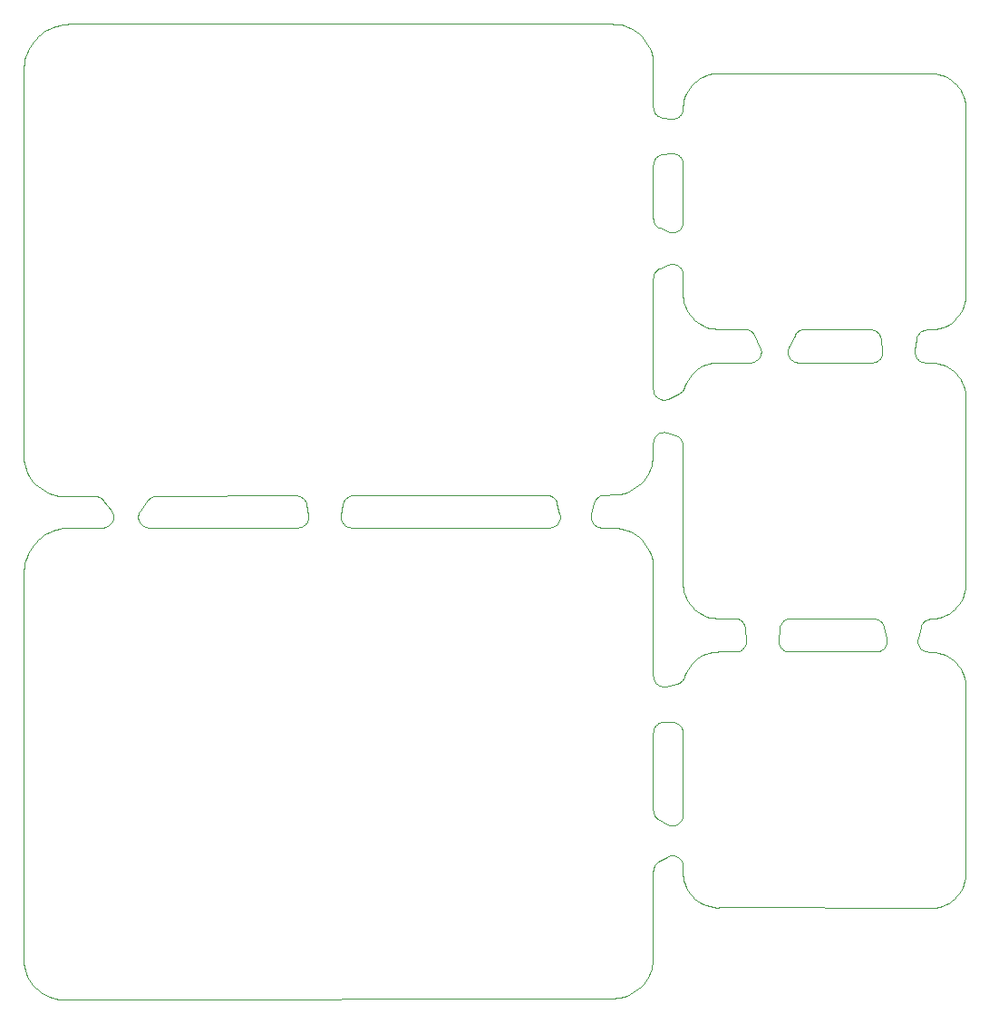
<source format=gko>
%MOIN*%
%OFA0B0*%
%FSLAX36Y36*%
%IPPOS*%
%LPD*%
%ADD10C,0*%
D10*
X002391613Y001256947D02*
X002391613Y001256947D01*
X002391741Y001260108D01*
X002392121Y001263249D01*
X002392753Y001266349D01*
X002393631Y001269388D01*
X002394750Y001272347D01*
X002396104Y001275206D01*
X002397682Y001277948D01*
X002399476Y001280554D01*
X002401473Y001283007D01*
X002403661Y001285293D01*
X002406025Y001287395D01*
X002408551Y001289301D01*
X002411221Y001290997D01*
X002414018Y001292474D01*
X002416926Y001293722D01*
X002419924Y001294732D01*
X002422993Y001295498D01*
X002426114Y001296015D01*
X002429267Y001296279D01*
X002432431Y001296290D01*
X002462994Y001295166D01*
X002466005Y001294939D01*
X002468989Y001294483D01*
X002471930Y001293799D01*
X002474810Y001292891D01*
X002477612Y001291766D01*
X002480319Y001290429D01*
X002482916Y001288889D01*
X002485387Y001287154D01*
X002487718Y001285235D01*
X002489895Y001283142D01*
X002491905Y001280890D01*
X002493737Y001278489D01*
X002495379Y001275956D01*
X002496823Y001273304D01*
X002498059Y001270549D01*
X002499080Y001267708D01*
X002499880Y001264796D01*
X002500455Y001261832D01*
X002500801Y001258833D01*
X002500917Y001255815D01*
X002500862Y000954266D01*
X002500645Y000950151D01*
X002500000Y000946081D01*
X002498933Y000942100D01*
X002497455Y000938253D01*
X002495583Y000934582D01*
X002493338Y000931126D01*
X002490744Y000927924D01*
X002487830Y000925010D01*
X002484627Y000922418D01*
X002481170Y000920174D01*
X002477498Y000918304D01*
X002473650Y000916828D01*
X002469669Y000915762D01*
X002465599Y000915118D01*
X002461484Y000914903D01*
X002457368Y000915120D01*
X002453298Y000915765D01*
X002449318Y000916833D01*
X002445471Y000918310D01*
X002441799Y000920182D01*
X002411291Y000937804D01*
X002409534Y000938882D01*
X002407836Y000940049D01*
X002406202Y000941304D01*
X002404635Y000942643D01*
X002403140Y000944061D01*
X002401722Y000945556D01*
X002400384Y000947124D01*
X002399129Y000948759D01*
X002397962Y000950457D01*
X002396886Y000952214D01*
X002395903Y000954025D01*
X002395016Y000955886D01*
X002394227Y000957789D01*
X002393540Y000959732D01*
X002392954Y000961708D01*
X002392473Y000963712D01*
X002392098Y000965738D01*
X002391829Y000967781D01*
X002391667Y000969836D01*
X002391613Y000971896D01*
X002391613Y001256947D01*
X002506811Y001463130D02*
X002506811Y001463130D01*
X002506175Y001461158D01*
X002505436Y001459222D01*
X002504596Y001457327D01*
X002503658Y001455480D01*
X002502624Y001453684D01*
X002501497Y001451945D01*
X002500280Y001450268D01*
X002498977Y001448657D01*
X002497590Y001447117D01*
X002496125Y001445652D01*
X002494584Y001444266D01*
X002492973Y001442964D01*
X002491295Y001441747D01*
X002489556Y001440621D01*
X002487759Y001439588D01*
X002485911Y001438651D01*
X002484016Y001437812D01*
X002482080Y001437074D01*
X002480108Y001436439D01*
X002478104Y001435909D01*
X002440053Y001426901D01*
X002436567Y001426240D01*
X002433035Y001425895D01*
X002429487Y001425870D01*
X002425950Y001426165D01*
X002422455Y001426777D01*
X002419029Y001427701D01*
X002415700Y001428930D01*
X002412495Y001430453D01*
X002409440Y001432259D01*
X002406561Y001434333D01*
X002403880Y001436657D01*
X002401419Y001439214D01*
X002399198Y001441981D01*
X002397235Y001444938D01*
X002395547Y001448059D01*
X002394146Y001451319D01*
X002393045Y001454692D01*
X002392252Y001458151D01*
X002391773Y001461667D01*
X002391613Y001465212D01*
X002391613Y001865590D01*
X002390688Y001877960D01*
X002388745Y001890211D01*
X002385796Y001902260D01*
X002381862Y001914024D01*
X002376971Y001925423D01*
X002371155Y001936380D01*
X002364454Y001946819D01*
X002356914Y001956668D01*
X002348585Y001965861D01*
X002339527Y001974335D01*
X002329800Y001982032D01*
X002319470Y001988900D01*
X002308608Y001994891D01*
X002297289Y001999965D01*
X002285589Y002004086D01*
X002273589Y002007228D01*
X002261371Y002009367D01*
X002249018Y002010491D01*
X002236614Y002010590D01*
X002236614Y002010590D01*
X002201983Y002010590D01*
X002198417Y002010752D01*
X002194879Y002011236D01*
X002191400Y002012039D01*
X002188008Y002013154D01*
X002184732Y002014571D01*
X002181596Y002016280D01*
X002178629Y002018265D01*
X002175854Y002020511D01*
X002173293Y002022999D01*
X002170969Y002025710D01*
X002168899Y002028619D01*
X002167102Y002031704D01*
X002165591Y002034939D01*
X002164380Y002038298D01*
X002163478Y002041752D01*
X002162893Y002045274D01*
X002162629Y002048835D01*
X002162689Y002052405D01*
X002163072Y002055955D01*
X002163775Y002059455D01*
X002174105Y002101024D01*
X002174818Y002103532D01*
X002175694Y002105987D01*
X002176732Y002108379D01*
X002177925Y002110697D01*
X002179269Y002112932D01*
X002180758Y002115072D01*
X002182386Y002117109D01*
X002184145Y002119034D01*
X002186027Y002120838D01*
X002188024Y002122513D01*
X002190128Y002124053D01*
X002192330Y002125450D01*
X002194619Y002126698D01*
X002196986Y002127792D01*
X002199419Y002128727D01*
X002201910Y002129499D01*
X002204446Y002130105D01*
X002207016Y002130541D01*
X002209610Y002130806D01*
X002212216Y002130899D01*
X002246613Y002130984D01*
X002258983Y002131909D01*
X002271235Y002133853D01*
X002283283Y002136802D01*
X002295048Y002140735D01*
X002306447Y002145626D01*
X002317403Y002151443D01*
X002327842Y002158143D01*
X002337691Y002165684D01*
X002346884Y002174012D01*
X002355359Y002183070D01*
X002363055Y002192798D01*
X002369923Y002203127D01*
X002375914Y002213989D01*
X002380988Y002225309D01*
X002385109Y002237008D01*
X002388251Y002249008D01*
X002390390Y002261227D01*
X002391514Y002273580D01*
X002391613Y002285984D01*
X002391613Y002321870D01*
X002391791Y002325605D01*
X002392322Y002329305D01*
X002393202Y002332939D01*
X002394422Y002336473D01*
X002395972Y002339876D01*
X002397838Y002343116D01*
X002400003Y002346164D01*
X002402447Y002348993D01*
X002405149Y002351578D01*
X002408083Y002353894D01*
X002411224Y002355922D01*
X002414543Y002357643D01*
X002418011Y002359041D01*
X002421595Y002360104D01*
X002425265Y002360822D01*
X002428985Y002361189D01*
X002432724Y002361202D01*
X002436447Y002360859D01*
X002440121Y002360165D01*
X002443713Y002359125D01*
X002474274Y002348684D01*
X002476561Y002347822D01*
X002478791Y002346820D01*
X002480953Y002345682D01*
X002483041Y002344412D01*
X002485046Y002343014D01*
X002486961Y002341495D01*
X002488778Y002339860D01*
X002490489Y002338116D01*
X002492089Y002336269D01*
X002493572Y002334326D01*
X002494931Y002332294D01*
X002496161Y002330183D01*
X002497258Y002327999D01*
X002498218Y002325751D01*
X002499036Y002323448D01*
X002499709Y002321098D01*
X002500236Y002318712D01*
X002500613Y002316297D01*
X002500840Y002313864D01*
X002500915Y002311421D01*
X002500824Y001812144D01*
X002500959Y001799393D01*
X002502342Y001786718D01*
X002504959Y001774238D01*
X002508785Y001762074D01*
X002513783Y001750344D01*
X002519906Y001739159D01*
X002527094Y001728627D01*
X002535279Y001718850D01*
X002544381Y001709920D01*
X002554314Y001701925D01*
X002564982Y001694940D01*
X002576282Y001689034D01*
X002588106Y001684261D01*
X002600341Y001680670D01*
X002612868Y001678293D01*
X002625569Y001677154D01*
X002638326Y001677263D01*
X002690780Y001677092D01*
X002693718Y001676973D01*
X002696639Y001676634D01*
X002699526Y001676079D01*
X002702365Y001675310D01*
X002705137Y001674330D01*
X002707829Y001673147D01*
X002710425Y001671766D01*
X002712911Y001670195D01*
X002715273Y001668443D01*
X002717497Y001666520D01*
X002719572Y001664436D01*
X002721485Y001662203D01*
X002723226Y001659833D01*
X002724786Y001657340D01*
X002726155Y001654738D01*
X002727326Y001652040D01*
X002728292Y001649263D01*
X002729048Y001646421D01*
X002729591Y001643531D01*
X002729915Y001640609D01*
X002733156Y001596528D01*
X002733260Y001593294D01*
X002733099Y001590062D01*
X002732672Y001586855D01*
X002731984Y001583693D01*
X002731039Y001580599D01*
X002729842Y001577592D01*
X002728403Y001574694D01*
X002726730Y001571924D01*
X002724836Y001569301D01*
X002722733Y001566842D01*
X002720435Y001564564D01*
X002717958Y001562483D01*
X002715318Y001560612D01*
X002712533Y001558964D01*
X002709623Y001557551D01*
X002706606Y001556381D01*
X002703503Y001555462D01*
X002700336Y001554802D01*
X002697125Y001554404D01*
X002693892Y001554271D01*
X002635826Y001554271D01*
X002623076Y001554137D01*
X002610400Y001552754D01*
X002597920Y001550137D01*
X002585757Y001546311D01*
X002574027Y001541313D01*
X002562842Y001535191D01*
X002552310Y001528003D01*
X002542532Y001519818D01*
X002533603Y001510716D01*
X002525607Y001500783D01*
X002518623Y001490115D01*
X002512716Y001478815D01*
X002507944Y001466991D01*
X002506811Y001463130D01*
X003201824Y001675428D02*
X003201824Y001675428D01*
X003204473Y001675330D01*
X003207110Y001675054D01*
X003209722Y001674601D01*
X003212297Y001673974D01*
X003214825Y001673174D01*
X003217293Y001672207D01*
X003219690Y001671075D01*
X003222006Y001669785D01*
X003224229Y001668342D01*
X003226351Y001666752D01*
X003228361Y001665023D01*
X003230249Y001663163D01*
X003232009Y001661180D01*
X003233631Y001659083D01*
X003235108Y001656882D01*
X003236433Y001654586D01*
X003237601Y001652207D01*
X003238607Y001649754D01*
X003239445Y001647239D01*
X003240112Y001644673D01*
X003249624Y001602256D01*
X003250241Y001598785D01*
X003250544Y001595273D01*
X003250533Y001591748D01*
X003250206Y001588238D01*
X003249566Y001584771D01*
X003248619Y001581376D01*
X003247372Y001578079D01*
X003245835Y001574906D01*
X003244020Y001571884D01*
X003241942Y001569036D01*
X003239618Y001566386D01*
X003237066Y001563954D01*
X003234307Y001561760D01*
X003231362Y001559821D01*
X003228256Y001558154D01*
X003225014Y001556771D01*
X003221660Y001555684D01*
X003218223Y001554901D01*
X003214730Y001554429D01*
X003211208Y001554271D01*
X002892471Y001554271D01*
X002889230Y001554405D01*
X002886011Y001554805D01*
X002882836Y001555468D01*
X002879727Y001556391D01*
X002876704Y001557566D01*
X002873788Y001558986D01*
X002870999Y001560642D01*
X002868355Y001562521D01*
X002865875Y001564612D01*
X002863576Y001566900D01*
X002861473Y001569369D01*
X002859580Y001572003D01*
X002857911Y001574784D01*
X002856476Y001577693D01*
X002855285Y001580710D01*
X002854347Y001583814D01*
X002853667Y001586986D01*
X002853251Y001590203D01*
X002853101Y001593443D01*
X002853218Y001596684D01*
X002856584Y001640097D01*
X002856921Y001643023D01*
X002857476Y001645916D01*
X002858246Y001648759D01*
X002859226Y001651536D01*
X002860411Y001654233D01*
X002861795Y001656833D01*
X002863369Y001659323D01*
X002865125Y001661688D01*
X002867053Y001663915D01*
X002869141Y001665992D01*
X002871380Y001667907D01*
X002873755Y001669649D01*
X002876254Y001671209D01*
X002878862Y001672577D01*
X002881565Y001673747D01*
X002884349Y001674711D01*
X002887196Y001675464D01*
X002890092Y001676003D01*
X002893020Y001676323D01*
X002895964Y001676424D01*
X003201824Y001675428D01*
X001078265Y002128085D02*
X001078265Y002128085D01*
X001081042Y002127994D01*
X001083806Y002127707D01*
X001086542Y002127226D01*
X001089239Y002126553D01*
X001091880Y002125691D01*
X001094455Y002124646D01*
X001096949Y002123421D01*
X001099351Y002122024D01*
X001101648Y002120460D01*
X001103829Y002118739D01*
X001105884Y002116868D01*
X001107801Y002114856D01*
X001109572Y002112715D01*
X001111187Y002110453D01*
X001112638Y002108084D01*
X001113919Y002105618D01*
X001115023Y002103068D01*
X001115944Y002100446D01*
X001116678Y002097766D01*
X001117221Y002095041D01*
X001123530Y002056286D01*
X001123931Y002052901D01*
X001124038Y002049494D01*
X001123851Y002046090D01*
X001123369Y002042716D01*
X001122597Y002039396D01*
X001121541Y002036155D01*
X001120209Y002033017D01*
X001118610Y002030007D01*
X001116757Y002027146D01*
X001114663Y002024456D01*
X001112345Y002021957D01*
X001109819Y002019668D01*
X001107104Y002017606D01*
X001104221Y002015787D01*
X001101192Y002014224D01*
X001098039Y002012929D01*
X001094786Y002011912D01*
X001091457Y002011179D01*
X001088077Y002010738D01*
X001084671Y002010590D01*
X000537110Y002010590D01*
X000532757Y002010831D01*
X000528457Y002011553D01*
X000524263Y002012745D01*
X000520227Y002014394D01*
X000516398Y002016479D01*
X000512823Y002018974D01*
X000509545Y002021850D01*
X000506606Y002025070D01*
X000504041Y002028595D01*
X000501881Y002032383D01*
X000500154Y002036386D01*
X000498880Y002040555D01*
X000498074Y002044840D01*
X000497747Y002049188D01*
X000497903Y002053545D01*
X000498540Y002057858D01*
X000499650Y002062075D01*
X000501219Y002066142D01*
X000503228Y002070012D01*
X000505653Y002073635D01*
X000533863Y002111117D01*
X000534989Y002112543D01*
X000536179Y002113916D01*
X000537432Y002115232D01*
X000538744Y002116489D01*
X000540112Y002117684D01*
X000541535Y002118815D01*
X000543008Y002119879D01*
X000544528Y002120874D01*
X000546093Y002121798D01*
X000547698Y002122648D01*
X000549342Y002123424D01*
X000551019Y002124123D01*
X000552727Y002124744D01*
X000554461Y002125285D01*
X000556219Y002125746D01*
X000557996Y002126125D01*
X000559788Y002126422D01*
X000561593Y002126635D01*
X000563405Y002126765D01*
X000565222Y002126812D01*
X001078265Y002128085D01*
X001999429Y002130371D02*
X001999429Y002130371D01*
X002002036Y002130291D01*
X002004633Y002130038D01*
X002007206Y002129615D01*
X002009746Y002129021D01*
X002012242Y002128261D01*
X002014681Y002127337D01*
X002017054Y002126254D01*
X002019350Y002125016D01*
X002021559Y002123629D01*
X002023671Y002122098D01*
X002025677Y002120431D01*
X002027569Y002118635D01*
X002029337Y002116717D01*
X002030975Y002114687D01*
X002032474Y002112552D01*
X002033829Y002110323D01*
X002035033Y002108010D01*
X002036081Y002105621D01*
X002036969Y002103168D01*
X002037693Y002100662D01*
X002048082Y002059622D01*
X002048802Y002056116D01*
X002049200Y002052559D01*
X002049274Y002048981D01*
X002049022Y002045411D01*
X002048448Y002041878D01*
X002047555Y002038413D01*
X002046350Y002035042D01*
X002044845Y002031795D01*
X002043051Y002028698D01*
X002040983Y002025777D01*
X002038659Y002023056D01*
X002036097Y002020557D01*
X002033319Y002018301D01*
X002030347Y002016306D01*
X002027206Y002014590D01*
X002023923Y002013166D01*
X002020524Y002012046D01*
X002017037Y002011239D01*
X002013491Y002010753D01*
X002009916Y002010590D01*
X001282788Y002010590D01*
X001279390Y002010737D01*
X001276017Y002011177D01*
X001272695Y002011906D01*
X001269448Y002012919D01*
X001266301Y002014208D01*
X001263277Y002015765D01*
X001260398Y002017576D01*
X001257687Y002019630D01*
X001255162Y002021909D01*
X001252844Y002024398D01*
X001250750Y002027078D01*
X001248895Y002029928D01*
X001247292Y002032928D01*
X001245955Y002036055D01*
X001244892Y002039286D01*
X001244112Y002042597D01*
X001243621Y002045962D01*
X001243422Y002049358D01*
X001243517Y002052758D01*
X001243905Y002056137D01*
X001250144Y002095414D01*
X001250676Y002098139D01*
X001251399Y002100820D01*
X001252309Y002103443D01*
X001253401Y002105996D01*
X001254671Y002108465D01*
X001256112Y002110839D01*
X001257716Y002113105D01*
X001259476Y002115252D01*
X001261383Y002117270D01*
X001263428Y002119149D01*
X001265599Y002120879D01*
X001267888Y002122451D01*
X001270281Y002123859D01*
X001272768Y002125094D01*
X001275336Y002126150D01*
X001277971Y002127024D01*
X001280662Y002127709D01*
X001283394Y002128203D01*
X001286154Y002128503D01*
X001288929Y002128608D01*
X001999429Y002130371D01*
X003392762Y002617263D02*
X003392762Y002617263D01*
X003389412Y002617406D01*
X003386086Y002617833D01*
X003382809Y002618542D01*
X003379604Y002619527D01*
X003376494Y002620782D01*
X003373502Y002622296D01*
X003370650Y002624059D01*
X003367958Y002626059D01*
X003365447Y002628281D01*
X003363133Y002630708D01*
X003361035Y002633323D01*
X003359166Y002636107D01*
X003357541Y002639041D01*
X003356172Y002642101D01*
X003355068Y002645268D01*
X003354238Y002648516D01*
X003353687Y002651824D01*
X003353419Y002655166D01*
X003353437Y002658519D01*
X003353740Y002661859D01*
X003359335Y002703635D01*
X003359812Y002706430D01*
X003360489Y002709184D01*
X003361363Y002711882D01*
X003362429Y002714510D01*
X003363681Y002717054D01*
X003365113Y002719502D01*
X003366718Y002721840D01*
X003368487Y002724057D01*
X003370410Y002726141D01*
X003372479Y002728080D01*
X003374682Y002729866D01*
X003377008Y002731489D01*
X003379444Y002732940D01*
X003381979Y002734212D01*
X003384599Y002735298D01*
X003387290Y002736192D01*
X003390038Y002736891D01*
X003392830Y002737390D01*
X003395650Y002737686D01*
X003398485Y002737779D01*
X003405826Y002737755D01*
X003418576Y002737891D01*
X003431252Y002739273D01*
X003443732Y002741890D01*
X003455895Y002745716D01*
X003467625Y002750713D01*
X003478811Y002756836D01*
X003489342Y002764024D01*
X003499120Y002772209D01*
X003508049Y002781311D01*
X003516045Y002791244D01*
X003523029Y002801911D01*
X003528936Y002813212D01*
X003533708Y002825036D01*
X003537300Y002837271D01*
X003539677Y002849798D01*
X003540816Y002862498D01*
X003540706Y002875249D01*
X003540826Y003545256D01*
X003540691Y003558006D01*
X003539309Y003570682D01*
X003536692Y003583161D01*
X003532866Y003595325D01*
X003527868Y003607055D01*
X003521745Y003618240D01*
X003514558Y003628772D01*
X003506373Y003638549D01*
X003497271Y003647479D01*
X003487337Y003655474D01*
X003476670Y003662459D01*
X003465370Y003668366D01*
X003453546Y003673138D01*
X003441311Y003676729D01*
X003428783Y003679107D01*
X003416083Y003680246D01*
X003403333Y003680136D01*
X003403326Y003680255D01*
X002635826Y003680255D01*
X002623076Y003680121D01*
X002610400Y003678738D01*
X002597920Y003676121D01*
X002585757Y003672296D01*
X002574027Y003667297D01*
X002562842Y003661175D01*
X002552310Y003653987D01*
X002542532Y003645802D01*
X002533603Y003636700D01*
X002525607Y003626767D01*
X002518623Y003616099D01*
X002512716Y003604799D01*
X002507944Y003592975D01*
X002504352Y003580740D01*
X002501975Y003568213D01*
X002500836Y003555513D01*
X002500864Y003552294D01*
X002500750Y003548943D01*
X002500351Y003545615D01*
X002499671Y003542332D01*
X002498714Y003539119D01*
X002497487Y003535999D01*
X002495999Y003532994D01*
X002494261Y003530128D01*
X002492285Y003527419D01*
X002490086Y003524889D01*
X002487680Y003522554D01*
X002485083Y003520433D01*
X002482316Y003518541D01*
X002479398Y003516890D01*
X002476350Y003515494D01*
X002473194Y003514363D01*
X002469953Y003513504D01*
X002466651Y003512924D01*
X002463312Y003512626D01*
X002459959Y003512614D01*
X002456618Y003512888D01*
X002426106Y003516697D01*
X002423296Y003517151D01*
X002420526Y003517808D01*
X002417810Y003518663D01*
X002415163Y003519712D01*
X002412599Y003520950D01*
X002410131Y003522369D01*
X002407773Y003523963D01*
X002405535Y003525724D01*
X002403431Y003527641D01*
X002401471Y003529706D01*
X002399665Y003531907D01*
X002398023Y003534233D01*
X002396553Y003536671D01*
X002395263Y003539209D01*
X002394160Y003541834D01*
X002393250Y003544531D01*
X002392537Y003547288D01*
X002392025Y003550088D01*
X002391716Y003552919D01*
X002391613Y003555764D01*
X002391613Y003715984D01*
X002390688Y003728354D01*
X002388745Y003740605D01*
X002385796Y003752654D01*
X002381862Y003764418D01*
X002376971Y003775817D01*
X002371155Y003786773D01*
X002364454Y003797212D01*
X002356914Y003807062D01*
X002348585Y003816254D01*
X002339527Y003824729D01*
X002329800Y003832426D01*
X002319470Y003839293D01*
X002308608Y003845285D01*
X002297289Y003850358D01*
X002285589Y003854480D01*
X002273589Y003857621D01*
X002261371Y003859761D01*
X002249018Y003860885D01*
X002236614Y003860984D01*
X002236614Y003860984D01*
X000246614Y003860984D01*
X000233909Y003860509D01*
X000221276Y003859085D01*
X000208785Y003856722D01*
X000196505Y003853431D01*
X000184505Y003849233D01*
X000172853Y003844149D01*
X000161613Y003838208D01*
X000150849Y003831444D01*
X000140620Y003823895D01*
X000130984Y003815603D01*
X000121995Y003806613D01*
X000113702Y003796977D01*
X000106153Y003786748D01*
X000099389Y003775984D01*
X000093449Y003764744D01*
X000088365Y003753092D01*
X000084166Y003741092D01*
X000080876Y003728813D01*
X000078512Y003716321D01*
X000077089Y003703688D01*
X000076614Y003690984D01*
X000076614Y002270984D01*
X000077539Y002258614D01*
X000079482Y002246363D01*
X000082431Y002234314D01*
X000086365Y002222550D01*
X000091256Y002211151D01*
X000097072Y002200194D01*
X000103773Y002189756D01*
X000111313Y002179906D01*
X000119641Y002170713D01*
X000128700Y002162239D01*
X000138427Y002154542D01*
X000148757Y002147674D01*
X000159619Y002141683D01*
X000170938Y002136609D01*
X000182638Y002132488D01*
X000194638Y002129346D01*
X000206856Y002127207D01*
X000219209Y002126083D01*
X000231613Y002125984D01*
X000338931Y002126250D01*
X000340744Y002126213D01*
X000342553Y002126092D01*
X000344355Y002125888D01*
X000346146Y002125602D01*
X000347921Y002125233D01*
X000349678Y002124783D01*
X000351412Y002124252D01*
X000353120Y002123642D01*
X000354797Y002122954D01*
X000356442Y002122190D01*
X000358049Y002121351D01*
X000359617Y002120438D01*
X000361140Y002119455D01*
X000362617Y002118402D01*
X000364043Y002117282D01*
X000365416Y002116098D01*
X000366734Y002114852D01*
X000367993Y002113546D01*
X000369190Y002112184D01*
X000370323Y002110769D01*
X000398505Y002073848D01*
X000400962Y002070230D01*
X000403002Y002066362D01*
X000404600Y002062291D01*
X000405737Y002058068D01*
X000406398Y002053745D01*
X000406576Y002049375D01*
X000406269Y002045013D01*
X000405479Y002040711D01*
X000404217Y002036524D01*
X000402499Y002032503D01*
X000400345Y002028697D01*
X000397782Y002025153D01*
X000394842Y002021915D01*
X000391561Y002019024D01*
X000387980Y002016514D01*
X000384142Y002014417D01*
X000380095Y002012758D01*
X000375890Y002011559D01*
X000371577Y002010833D01*
X000367211Y002010590D01*
X000246614Y002010590D01*
X000233909Y002010115D01*
X000221276Y002008692D01*
X000208785Y002006328D01*
X000196505Y002003038D01*
X000184505Y001998839D01*
X000172853Y001993755D01*
X000161613Y001987815D01*
X000150849Y001981051D01*
X000140620Y001973502D01*
X000130984Y001965209D01*
X000121995Y001956220D01*
X000113702Y001946583D01*
X000106153Y001936355D01*
X000099389Y001925590D01*
X000093449Y001914350D01*
X000088365Y001902698D01*
X000084166Y001890699D01*
X000080876Y001878419D01*
X000078512Y001865927D01*
X000077089Y001853294D01*
X000076614Y001840590D01*
X000076614Y000420590D01*
X000077539Y000408220D01*
X000079482Y000395969D01*
X000082431Y000383920D01*
X000086365Y000372156D01*
X000091256Y000360757D01*
X000097072Y000349801D01*
X000103773Y000339362D01*
X000111313Y000329513D01*
X000119641Y000320320D01*
X000128700Y000311845D01*
X000138427Y000304148D01*
X000148757Y000297281D01*
X000159619Y000291290D01*
X000170938Y000286216D01*
X000182638Y000282094D01*
X000194638Y000278953D01*
X000206856Y000276813D01*
X000219209Y000275690D01*
X000231613Y000275590D01*
X002246613Y000280590D01*
X002258983Y000281516D01*
X002271235Y000283459D01*
X002283283Y000286408D01*
X002295048Y000290341D01*
X002306447Y000295232D01*
X002317403Y000301049D01*
X002327842Y000307750D01*
X002337691Y000315290D01*
X002346884Y000323618D01*
X002355359Y000332677D01*
X002363055Y000342404D01*
X002369923Y000352734D01*
X002375914Y000363595D01*
X002380988Y000374915D01*
X002385109Y000386615D01*
X002388251Y000398614D01*
X002390390Y000410833D01*
X002391514Y000423186D01*
X002391613Y000435590D01*
X002391613Y000748235D01*
X002391667Y000750295D01*
X002391829Y000752349D01*
X002392098Y000754392D01*
X002392473Y000756417D01*
X002392954Y000758421D01*
X002393539Y000760397D01*
X002394226Y000762339D01*
X002395015Y000764242D01*
X002395901Y000766102D01*
X002396884Y000767913D01*
X002397960Y000769670D01*
X002399127Y000771368D01*
X002400381Y000773003D01*
X002401718Y000774570D01*
X002403136Y000776065D01*
X002404630Y000777484D01*
X002406196Y000778823D01*
X002407830Y000780078D01*
X002409528Y000781245D01*
X002411284Y000782322D01*
X002441758Y000799933D01*
X002445430Y000801806D01*
X002449278Y000803285D01*
X002453259Y000804353D01*
X002457330Y000804999D01*
X002461447Y000805216D01*
X002465563Y000805001D01*
X002469635Y000804357D01*
X002473617Y000803291D01*
X002477465Y000801815D01*
X002481138Y000799944D01*
X002484596Y000797699D01*
X002487799Y000795105D01*
X002490714Y000792191D01*
X002493308Y000788987D01*
X002495553Y000785530D01*
X002497425Y000781857D01*
X002498902Y000778009D01*
X002499968Y000774027D01*
X002500612Y000769955D01*
X002500827Y000765839D01*
X002500824Y000749151D01*
X002500959Y000736401D01*
X002502342Y000723726D01*
X002504959Y000711246D01*
X002508785Y000699082D01*
X002513783Y000687352D01*
X002519906Y000676167D01*
X002527094Y000665635D01*
X002535279Y000655858D01*
X002544381Y000646928D01*
X002554314Y000638933D01*
X002564982Y000631948D01*
X002576282Y000626042D01*
X002588106Y000621269D01*
X002600341Y000617678D01*
X002612868Y000615301D01*
X002625569Y000614162D01*
X002638326Y000614271D01*
X003405826Y000611771D01*
X003418576Y000611906D01*
X003431252Y000613289D01*
X003443732Y000615906D01*
X003455895Y000619732D01*
X003467625Y000624729D01*
X003478811Y000630852D01*
X003489342Y000638040D01*
X003499120Y000646225D01*
X003508049Y000655327D01*
X003516045Y000665260D01*
X003523029Y000675927D01*
X003528936Y000687228D01*
X003533708Y000699052D01*
X003537300Y000711287D01*
X003539677Y000723814D01*
X003540816Y000736514D01*
X003540706Y000749264D01*
X003540826Y001419271D01*
X003540691Y001432022D01*
X003539309Y001444697D01*
X003536692Y001457177D01*
X003532866Y001469340D01*
X003527868Y001481071D01*
X003521745Y001492256D01*
X003514558Y001502788D01*
X003506373Y001512565D01*
X003497271Y001521495D01*
X003487337Y001529490D01*
X003476670Y001536475D01*
X003465370Y001542381D01*
X003453546Y001547153D01*
X003441311Y001550745D01*
X003428783Y001553122D01*
X003416083Y001554261D01*
X003403702Y001554155D01*
X003400114Y001554287D01*
X003396552Y001554747D01*
X003393047Y001555529D01*
X003389628Y001556627D01*
X003386323Y001558032D01*
X003383160Y001559732D01*
X003380165Y001561714D01*
X003377363Y001563960D01*
X003374777Y001566452D01*
X003372429Y001569169D01*
X003370339Y001572089D01*
X003368523Y001575188D01*
X003366997Y001578439D01*
X003365774Y001581815D01*
X003364864Y001585289D01*
X003364274Y001588831D01*
X003364009Y001592413D01*
X003364071Y001596003D01*
X003364461Y001599573D01*
X003365174Y001603093D01*
X003375687Y001645046D01*
X003376398Y001647534D01*
X003377271Y001649970D01*
X003378302Y001652343D01*
X003379487Y001654643D01*
X003380820Y001656861D01*
X003382296Y001658986D01*
X003383908Y001661009D01*
X003385650Y001662923D01*
X003387514Y001664718D01*
X003389492Y001666386D01*
X003391575Y001667921D01*
X003393754Y001669316D01*
X003396020Y001670564D01*
X003398364Y001671662D01*
X003400774Y001672602D01*
X003403241Y001673383D01*
X003405754Y001674000D01*
X003408302Y001674450D01*
X003410874Y001674732D01*
X003413459Y001674844D01*
X003418576Y001674899D01*
X003431252Y001676281D01*
X003443732Y001678898D01*
X003455895Y001682724D01*
X003467625Y001687721D01*
X003478811Y001693844D01*
X003489342Y001701032D01*
X003499120Y001709217D01*
X003508049Y001718319D01*
X003516045Y001728252D01*
X003523029Y001738919D01*
X003528936Y001750220D01*
X003533708Y001762044D01*
X003537300Y001774279D01*
X003539677Y001786806D01*
X003540816Y001799506D01*
X003540706Y001812256D01*
X003540826Y002482264D01*
X003540691Y002495014D01*
X003539309Y002507690D01*
X003536692Y002520169D01*
X003532866Y002532333D01*
X003527868Y002544063D01*
X003521745Y002555248D01*
X003514558Y002565780D01*
X003506373Y002575557D01*
X003497271Y002584487D01*
X003487337Y002592482D01*
X003476670Y002599467D01*
X003465370Y002605373D01*
X003453546Y002610145D01*
X003441311Y002613737D01*
X003428783Y002616114D01*
X003416083Y002617253D01*
X003403333Y002617143D01*
X003403326Y002617263D01*
X003392762Y002617263D01*
X002925878Y002617263D02*
X002925878Y002617263D01*
X002921892Y002617466D01*
X002917948Y002618070D01*
X002914085Y002619071D01*
X002910343Y002620458D01*
X002906761Y002622216D01*
X002903375Y002624328D01*
X002900221Y002626772D01*
X002897330Y002629522D01*
X002894732Y002632551D01*
X002892454Y002635828D01*
X002890520Y002639318D01*
X002888949Y002642986D01*
X002887757Y002646795D01*
X002886957Y002650704D01*
X002886556Y002654674D01*
X002886560Y002658665D01*
X002886968Y002662635D01*
X002887775Y002666542D01*
X002888974Y002670349D01*
X002890552Y002674014D01*
X002911829Y002717260D01*
X002912854Y002719204D01*
X002913986Y002721088D01*
X002915221Y002722906D01*
X002916556Y002724653D01*
X002917987Y002726322D01*
X002919508Y002727909D01*
X002921116Y002729408D01*
X002922804Y002730815D01*
X002924569Y002732126D01*
X002926404Y002733336D01*
X002928304Y002734442D01*
X002930262Y002735441D01*
X002932273Y002736328D01*
X002934331Y002737102D01*
X002936428Y002737760D01*
X002938559Y002738299D01*
X002940717Y002738719D01*
X002942894Y002739018D01*
X002945086Y002739195D01*
X002947283Y002739249D01*
X003190270Y002738458D01*
X003193100Y002738346D01*
X003195914Y002738032D01*
X003198699Y002737516D01*
X003201439Y002736802D01*
X003204121Y002735892D01*
X003206731Y002734792D01*
X003209255Y002733507D01*
X003211679Y002732044D01*
X003213993Y002730410D01*
X003216183Y002728615D01*
X003218238Y002726666D01*
X003220148Y002724575D01*
X003221903Y002722352D01*
X003223493Y002720009D01*
X003224911Y002717557D01*
X003226148Y002715010D01*
X003227200Y002712380D01*
X003228059Y002709682D01*
X003228723Y002706928D01*
X003229187Y002704134D01*
X003234674Y002661680D01*
X003234962Y002658348D01*
X003234965Y002655004D01*
X003234685Y002651672D01*
X003234123Y002648375D01*
X003233283Y002645138D01*
X003232172Y002641984D01*
X003230797Y002638936D01*
X003229168Y002636015D01*
X003227297Y002633243D01*
X003225198Y002630640D01*
X003222886Y002628224D01*
X003220376Y002626014D01*
X003217689Y002624024D01*
X003214842Y002622270D01*
X003211856Y002620763D01*
X003208753Y002619515D01*
X003205556Y002618535D01*
X003202287Y002617830D01*
X003198970Y002617405D01*
X003195629Y002617263D01*
X002925878Y002617263D01*
X002391613Y002926813D02*
X002391613Y002926813D01*
X002391681Y002929121D01*
X002391884Y002931420D01*
X002392221Y002933703D01*
X002392691Y002935963D01*
X002393293Y002938191D01*
X002394025Y002940381D01*
X002394884Y002942523D01*
X002395866Y002944612D01*
X002396970Y002946639D01*
X002398190Y002948598D01*
X002399523Y002950483D01*
X002400964Y002952286D01*
X002402508Y002954001D01*
X002404151Y002955623D01*
X002405885Y002957146D01*
X002407706Y002958565D01*
X002409607Y002959874D01*
X002411581Y002961070D01*
X002413622Y002962149D01*
X002415722Y002963105D01*
X002446205Y002975924D01*
X002449846Y002977248D01*
X002453600Y002978208D01*
X002457429Y002978794D01*
X002461298Y002979002D01*
X002465169Y002978827D01*
X002469004Y002978274D01*
X002472765Y002977346D01*
X002476418Y002976052D01*
X002479925Y002974406D01*
X002483254Y002972423D01*
X002486372Y002970123D01*
X002489248Y002967527D01*
X002491855Y002964661D01*
X002494169Y002961553D01*
X002496165Y002958233D01*
X002497825Y002954732D01*
X002499133Y002951085D01*
X002500077Y002947327D01*
X002500646Y002943494D01*
X002500836Y002939625D01*
X002500824Y002875136D01*
X002500959Y002862386D01*
X002502342Y002849710D01*
X002504959Y002837230D01*
X002508785Y002825066D01*
X002513783Y002813336D01*
X002519906Y002802151D01*
X002527094Y002791620D01*
X002535279Y002781842D01*
X002544381Y002772913D01*
X002554314Y002764917D01*
X002564982Y002757933D01*
X002576282Y002752026D01*
X002588106Y002747253D01*
X002600341Y002743662D01*
X002612868Y002741285D01*
X002625569Y002740146D01*
X002638326Y002740255D01*
X002728041Y002739963D01*
X002730239Y002739894D01*
X002732430Y002739703D01*
X002734607Y002739390D01*
X002736762Y002738956D01*
X002738891Y002738402D01*
X002740985Y002737730D01*
X002743038Y002736942D01*
X002745044Y002736041D01*
X002746996Y002735029D01*
X002748889Y002733909D01*
X002750717Y002732686D01*
X002752473Y002731363D01*
X002754153Y002729943D01*
X002755751Y002728432D01*
X002757262Y002726835D01*
X002758682Y002725155D01*
X002760005Y002723399D01*
X002761228Y002721571D01*
X002762348Y002719678D01*
X002763360Y002717726D01*
X002784607Y002673766D01*
X002786154Y002670103D01*
X002787324Y002666302D01*
X002788105Y002662403D01*
X002788488Y002658445D01*
X002788470Y002654468D01*
X002788051Y002650513D01*
X002787236Y002646621D01*
X002786031Y002642831D01*
X002784451Y002639182D01*
X002782510Y002635711D01*
X002780230Y002632453D01*
X002777632Y002629442D01*
X002774744Y002626709D01*
X002771594Y002624281D01*
X002768216Y002622183D01*
X002764644Y002620436D01*
X002760913Y002619059D01*
X002757063Y002618065D01*
X002753131Y002617464D01*
X002749160Y002617263D01*
X002635826Y002617263D01*
X002623076Y002617129D01*
X002610400Y002615746D01*
X002597920Y002613129D01*
X002585757Y002609303D01*
X002574027Y002604305D01*
X002562842Y002598183D01*
X002552310Y002590995D01*
X002542532Y002582810D01*
X002533603Y002573708D01*
X002525607Y002563775D01*
X002518623Y002553107D01*
X002512716Y002541807D01*
X002507944Y002529983D01*
X002507158Y002527306D01*
X002506665Y002525747D01*
X002506108Y002524210D01*
X002505487Y002522698D01*
X002504804Y002521213D01*
X002504061Y002519757D01*
X002503257Y002518333D01*
X002502395Y002516944D01*
X002501476Y002515593D01*
X002500502Y002514280D01*
X002499474Y002513009D01*
X002498394Y002511781D01*
X002497264Y002510600D01*
X002496086Y002509467D01*
X002494862Y002508383D01*
X002493594Y002507351D01*
X002492284Y002506373D01*
X002490935Y002505450D01*
X002489549Y002504583D01*
X002488128Y002503775D01*
X002486675Y002503027D01*
X002448276Y002484253D01*
X002444611Y002482686D01*
X002440807Y002481498D01*
X002436902Y002480700D01*
X002432937Y002480301D01*
X002428951Y002480305D01*
X002424986Y002480712D01*
X002421083Y002481517D01*
X002417281Y002482714D01*
X002413620Y002484288D01*
X002410136Y002486225D01*
X002406867Y002488504D01*
X002403844Y002491101D01*
X002401099Y002493991D01*
X002398661Y002497144D01*
X002396554Y002500527D01*
X002394800Y002504106D01*
X002393417Y002507844D01*
X002392418Y002511702D01*
X002391815Y002515642D01*
X002391613Y002519622D01*
X002391613Y002926813D01*
X002391613Y003342990D02*
X002391613Y003342990D01*
X002391718Y003345855D01*
X002392030Y003348704D01*
X002392549Y003351524D01*
X002393272Y003354298D01*
X002394195Y003357012D01*
X002395313Y003359652D01*
X002396620Y003362203D01*
X002398109Y003364653D01*
X002399773Y003366988D01*
X002401602Y003369195D01*
X002403587Y003371264D01*
X002405717Y003373183D01*
X002407981Y003374941D01*
X002410367Y003376530D01*
X002412862Y003377942D01*
X002415454Y003379168D01*
X002418128Y003380202D01*
X002420870Y003381039D01*
X002423665Y003381674D01*
X002426499Y003382104D01*
X002457056Y003385607D01*
X002460364Y003385845D01*
X002463680Y003385805D01*
X002466980Y003385485D01*
X002470243Y003384889D01*
X002473443Y003384020D01*
X002476559Y003382886D01*
X002479568Y003381493D01*
X002482450Y003379851D01*
X002485183Y003377973D01*
X002487748Y003375872D01*
X002490128Y003373562D01*
X002492304Y003371060D01*
X002494263Y003368384D01*
X002495989Y003365553D01*
X002497471Y003362586D01*
X002498698Y003359505D01*
X002499661Y003356332D01*
X002500354Y003353089D01*
X002500771Y003349799D01*
X002500910Y003346486D01*
X002500872Y003134426D01*
X002500680Y003130558D01*
X002500110Y003126726D01*
X002499166Y003122970D01*
X002497857Y003119324D01*
X002496196Y003115825D01*
X002494199Y003112505D01*
X002491886Y003109398D01*
X002489279Y003106534D01*
X002486403Y003103939D01*
X002483286Y003101640D01*
X002479958Y003099658D01*
X002476451Y003098012D01*
X002472799Y003096719D01*
X002469039Y003095792D01*
X002465205Y003095238D01*
X002461335Y003095064D01*
X002457467Y003095271D01*
X002453638Y003095857D01*
X002449886Y003096816D01*
X002446245Y003098140D01*
X002415727Y003110968D01*
X002413626Y003111925D01*
X002411585Y003113003D01*
X002409610Y003114198D01*
X002407709Y003115508D01*
X002405888Y003116927D01*
X002404153Y003118450D01*
X002402511Y003120072D01*
X002400966Y003121787D01*
X002399525Y003123590D01*
X002398191Y003125475D01*
X002396971Y003127434D01*
X002395867Y003129462D01*
X002394884Y003131550D01*
X002394026Y003133693D01*
X002393294Y003135883D01*
X002392692Y003138111D01*
X002392221Y003140371D01*
X002391884Y003142655D01*
X002391681Y003144954D01*
X002391613Y003147262D01*
X002391613Y003342990D01*
M02*
</source>
